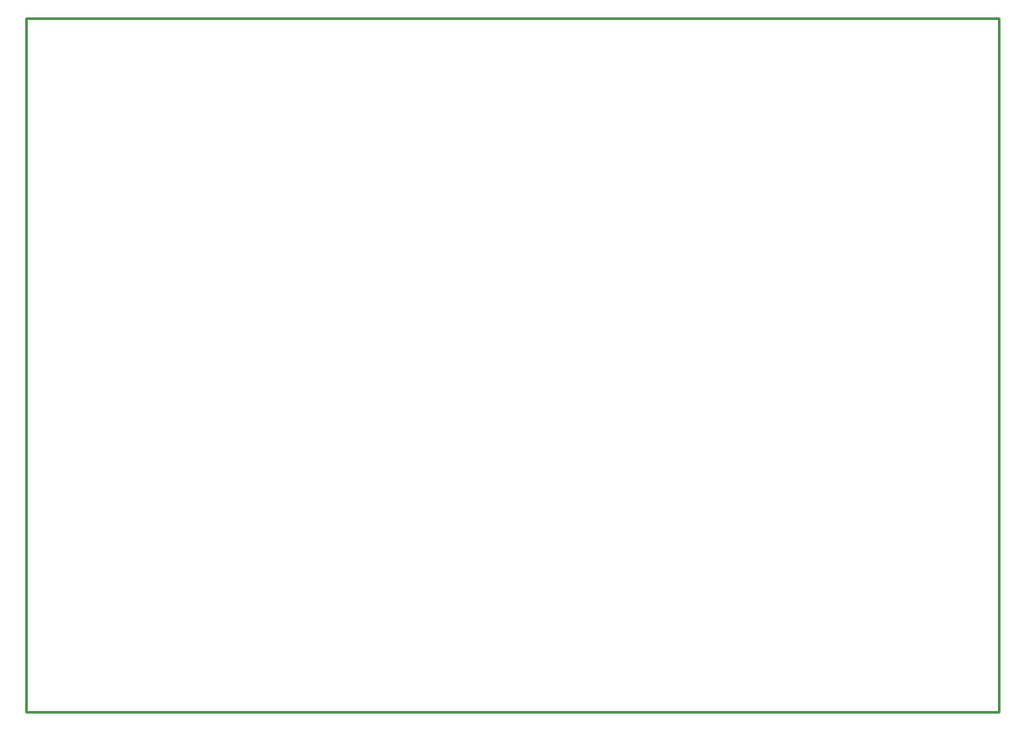
<source format=gko>
G04 Layer: BoardOutlineLayer*
G04 EasyEDA Pro v2.0.19.1.e63e9f, 2023-06-23 12:42:27*
G04 Gerber Generator version 0.3*
G04 Scale: 100 percent, Rotated: No, Reflected: No*
G04 Dimensions in millimeters*
G04 Leading zeros omitted, absolute positions, 3 integers and 3 decimals*
%FSLAX33Y33*%
%MOMM*%
%ADD10C,0.254*%
G75*


G04 Rect Start*
G54D10*
G01X0Y67818D02*
G01X0Y127D01*
G01X94742D01*
G01Y67818D01*
G01X0D01*
G04 Rect End*

M02*

</source>
